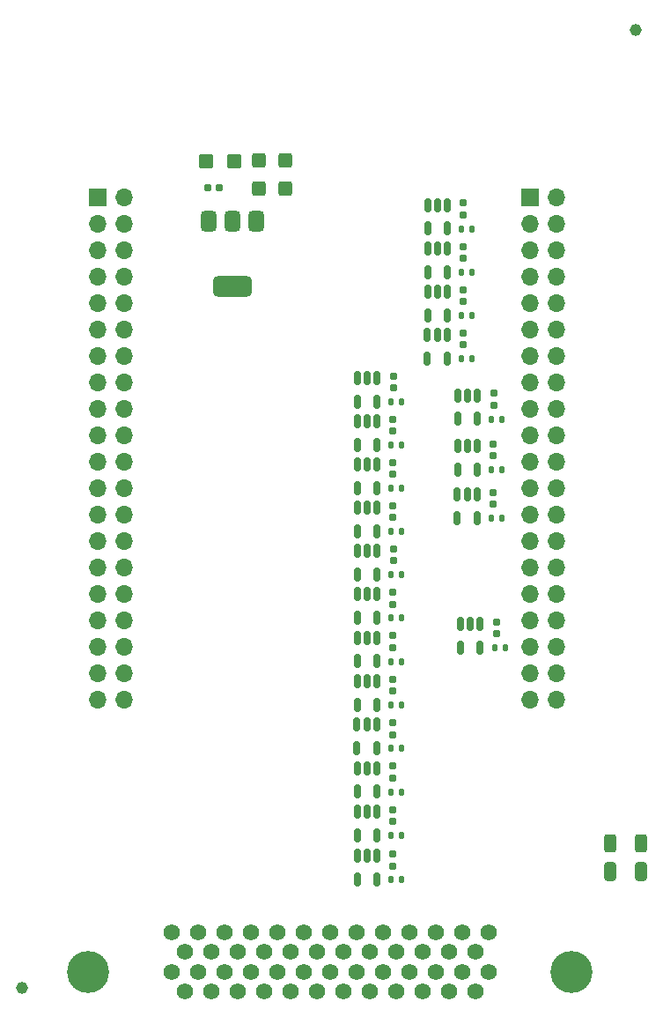
<source format=gts>
%TF.GenerationSoftware,KiCad,Pcbnew,8.0.4*%
%TF.CreationDate,2024-12-14T22:45:00+01:00*%
%TF.ProjectId,SpicyLightFX3,53706963-794c-4696-9768-744658332e6b,rev?*%
%TF.SameCoordinates,Original*%
%TF.FileFunction,Soldermask,Top*%
%TF.FilePolarity,Negative*%
%FSLAX46Y46*%
G04 Gerber Fmt 4.6, Leading zero omitted, Abs format (unit mm)*
G04 Created by KiCad (PCBNEW 8.0.4) date 2024-12-14 22:45:00*
%MOMM*%
%LPD*%
G01*
G04 APERTURE LIST*
G04 Aperture macros list*
%AMRoundRect*
0 Rectangle with rounded corners*
0 $1 Rounding radius*
0 $2 $3 $4 $5 $6 $7 $8 $9 X,Y pos of 4 corners*
0 Add a 4 corners polygon primitive as box body*
4,1,4,$2,$3,$4,$5,$6,$7,$8,$9,$2,$3,0*
0 Add four circle primitives for the rounded corners*
1,1,$1+$1,$2,$3*
1,1,$1+$1,$4,$5*
1,1,$1+$1,$6,$7*
1,1,$1+$1,$8,$9*
0 Add four rect primitives between the rounded corners*
20,1,$1+$1,$2,$3,$4,$5,0*
20,1,$1+$1,$4,$5,$6,$7,0*
20,1,$1+$1,$6,$7,$8,$9,0*
20,1,$1+$1,$8,$9,$2,$3,0*%
G04 Aperture macros list end*
%ADD10C,1.152000*%
%ADD11RoundRect,0.250000X-0.450000X-0.425000X0.450000X-0.425000X0.450000X0.425000X-0.450000X0.425000X0*%
%ADD12RoundRect,0.155000X-0.155000X0.212500X-0.155000X-0.212500X0.155000X-0.212500X0.155000X0.212500X0*%
%ADD13RoundRect,0.150000X-0.150000X0.512500X-0.150000X-0.512500X0.150000X-0.512500X0.150000X0.512500X0*%
%ADD14RoundRect,0.250000X-0.425000X0.450000X-0.425000X-0.450000X0.425000X-0.450000X0.425000X0.450000X0*%
%ADD15RoundRect,0.135000X-0.135000X-0.185000X0.135000X-0.185000X0.135000X0.185000X-0.135000X0.185000X0*%
%ADD16R,1.700000X1.700000*%
%ADD17O,1.700000X1.700000*%
%ADD18RoundRect,0.155000X-0.212500X-0.155000X0.212500X-0.155000X0.212500X0.155000X-0.212500X0.155000X0*%
%ADD19RoundRect,0.250000X-0.325000X-0.650000X0.325000X-0.650000X0.325000X0.650000X-0.325000X0.650000X0*%
%ADD20C,1.572000*%
%ADD21C,4.040000*%
%ADD22RoundRect,0.375000X-0.375000X0.625000X-0.375000X-0.625000X0.375000X-0.625000X0.375000X0.625000X0*%
%ADD23RoundRect,0.500000X-1.400000X0.500000X-1.400000X-0.500000X1.400000X-0.500000X1.400000X0.500000X0*%
%ADD24RoundRect,0.250000X-0.312500X-0.625000X0.312500X-0.625000X0.312500X0.625000X-0.312500X0.625000X0*%
G04 APERTURE END LIST*
D10*
%TO.C,H2*%
X62000000Y-126000000D03*
%TD*%
%TO.C,H1*%
X121000000Y-34000000D03*
%TD*%
D11*
%TO.C,C25*%
X79730600Y-46583200D03*
X82430600Y-46583200D03*
%TD*%
D12*
%TO.C,C7*%
X97704500Y-92180501D03*
X97704500Y-93315501D03*
%TD*%
D13*
%TO.C,U6*%
X96144000Y-96565000D03*
X95194000Y-96565000D03*
X94244000Y-96565000D03*
X94244000Y-98840000D03*
X96144000Y-98840000D03*
%TD*%
D12*
%TO.C,C4*%
X97693600Y-104714701D03*
X97693600Y-105849701D03*
%TD*%
D13*
%TO.C,U16*%
X102920000Y-54965000D03*
X101970000Y-54965000D03*
X101020000Y-54965000D03*
X101020000Y-57240000D03*
X102920000Y-57240000D03*
%TD*%
D14*
%TO.C,C24*%
X84810600Y-46503200D03*
X84810600Y-49203200D03*
%TD*%
D12*
%TO.C,C6*%
X97693400Y-96378501D03*
X97693400Y-97513501D03*
%TD*%
%TO.C,C18*%
X107354000Y-73756001D03*
X107354000Y-74891001D03*
%TD*%
%TO.C,C3*%
X97694600Y-108894701D03*
X97694600Y-110029701D03*
%TD*%
D13*
%TO.C,U14*%
X102910700Y-63285000D03*
X101960700Y-63285000D03*
X101010700Y-63285000D03*
X101010700Y-65560000D03*
X102910700Y-65560000D03*
%TD*%
D15*
%TO.C,R18*%
X107174200Y-76228500D03*
X108194200Y-76228500D03*
%TD*%
%TO.C,R20*%
X107184000Y-71374000D03*
X108204000Y-71374000D03*
%TD*%
%TO.C,R19*%
X107155600Y-80910000D03*
X108175600Y-80910000D03*
%TD*%
D13*
%TO.C,U17*%
X102920000Y-50795000D03*
X101970000Y-50795000D03*
X101020000Y-50795000D03*
X101020000Y-53070000D03*
X102920000Y-53070000D03*
%TD*%
D15*
%TO.C,R12*%
X97522500Y-73869000D03*
X98542500Y-73869000D03*
%TD*%
D16*
%TO.C,J2*%
X110870000Y-50038000D03*
D17*
X113410000Y-50038000D03*
X110870000Y-52578000D03*
X113410000Y-52578000D03*
X110870000Y-55118000D03*
X113410000Y-55118000D03*
X110870000Y-57658000D03*
X113410000Y-57658000D03*
X110870000Y-60198000D03*
X113410000Y-60198000D03*
X110870000Y-62738000D03*
X113410000Y-62738000D03*
X110870000Y-65278000D03*
X113410000Y-65278000D03*
X110870000Y-67818000D03*
X113410000Y-67818000D03*
X110870000Y-70358000D03*
X113410000Y-70358000D03*
X110870000Y-72898000D03*
X113410000Y-72898000D03*
X110870000Y-75438000D03*
X113410000Y-75438000D03*
X110870000Y-77978000D03*
X113410000Y-77978000D03*
X110870000Y-80518000D03*
X113410000Y-80518000D03*
X110870000Y-83058000D03*
X113410000Y-83058000D03*
X110870000Y-85598000D03*
X113410000Y-85598000D03*
X110870000Y-88138000D03*
X113410000Y-88138000D03*
X110870000Y-90678000D03*
X113410000Y-90678000D03*
X110870000Y-93218000D03*
X113410000Y-93218000D03*
X110870000Y-95758000D03*
X113410000Y-95758000D03*
X110870000Y-98298000D03*
X113410000Y-98298000D03*
%TD*%
D13*
%TO.C,U10*%
X96155100Y-79887000D03*
X95205100Y-79887000D03*
X94255100Y-79887000D03*
X94255100Y-82162000D03*
X96155100Y-82162000D03*
%TD*%
D15*
%TO.C,R8*%
X97524700Y-90493000D03*
X98544700Y-90493000D03*
%TD*%
D13*
%TO.C,U13*%
X96162900Y-67433000D03*
X95212900Y-67433000D03*
X94262900Y-67433000D03*
X94262900Y-69708000D03*
X96162900Y-69708000D03*
%TD*%
D16*
%TO.C,J1*%
X69342000Y-50038000D03*
D17*
X71882000Y-50038000D03*
X69342000Y-52578000D03*
X71882000Y-52578000D03*
X69342000Y-55118000D03*
X71882000Y-55118000D03*
X69342000Y-57658000D03*
X71882000Y-57658000D03*
X69342000Y-60198000D03*
X71882000Y-60198000D03*
X69342000Y-62738000D03*
X71882000Y-62738000D03*
X69342000Y-65278000D03*
X71882000Y-65278000D03*
X69342000Y-67818000D03*
X71882000Y-67818000D03*
X69342000Y-70358000D03*
X71882000Y-70358000D03*
X69342000Y-72898000D03*
X71882000Y-72898000D03*
X69342000Y-75438000D03*
X71882000Y-75438000D03*
X69342000Y-77978000D03*
X71882000Y-77978000D03*
X69342000Y-80518000D03*
X71882000Y-80518000D03*
X69342000Y-83058000D03*
X71882000Y-83058000D03*
X69342000Y-85598000D03*
X71882000Y-85598000D03*
X69342000Y-88138000D03*
X71882000Y-88138000D03*
X69342000Y-90678000D03*
X71882000Y-90678000D03*
X69342000Y-93218000D03*
X71882000Y-93218000D03*
X69342000Y-95758000D03*
X71882000Y-95758000D03*
X69342000Y-98298000D03*
X71882000Y-98298000D03*
%TD*%
D18*
%TO.C,C22*%
X79865600Y-49123200D03*
X81000600Y-49123200D03*
%TD*%
D19*
%TO.C,C2*%
X118601500Y-114826050D03*
X121551500Y-114826050D03*
%TD*%
D13*
%TO.C,U4*%
X96144200Y-104901200D03*
X95194200Y-104901200D03*
X94244200Y-104901200D03*
X94244200Y-107176200D03*
X96144200Y-107176200D03*
%TD*%
D15*
%TO.C,R6*%
X97513600Y-98851000D03*
X98533600Y-98851000D03*
%TD*%
D13*
%TO.C,U8*%
X96155100Y-88207000D03*
X95205100Y-88207000D03*
X94255100Y-88207000D03*
X94255100Y-90482000D03*
X96155100Y-90482000D03*
%TD*%
D15*
%TO.C,R10*%
X97524700Y-82173000D03*
X98544700Y-82173000D03*
%TD*%
D13*
%TO.C,U21*%
X106087100Y-91059000D03*
X105137100Y-91059000D03*
X104187100Y-91059000D03*
X104187100Y-93334000D03*
X106087100Y-93334000D03*
%TD*%
D12*
%TO.C,C1*%
X97696600Y-113161900D03*
X97696600Y-114296900D03*
%TD*%
D15*
%TO.C,R13*%
X97532500Y-69719000D03*
X98552500Y-69719000D03*
%TD*%
D12*
%TO.C,C15*%
X104469400Y-58958501D03*
X104469400Y-60093501D03*
%TD*%
D15*
%TO.C,R11*%
X97523600Y-78011000D03*
X98543600Y-78011000D03*
%TD*%
D13*
%TO.C,U5*%
X96134000Y-100730000D03*
X95184000Y-100730000D03*
X94234000Y-100730000D03*
X94234000Y-103005000D03*
X96134000Y-103005000D03*
%TD*%
D20*
%TO.C,U1*%
X106883200Y-120660000D03*
X105613200Y-122560000D03*
X104343200Y-120660000D03*
X103073200Y-122560000D03*
X101803200Y-120660000D03*
X100533200Y-122560000D03*
X99263200Y-120660000D03*
X97993200Y-122560000D03*
X96723200Y-120660000D03*
X95453200Y-122560000D03*
X94183200Y-120660000D03*
X92913200Y-122560000D03*
X91643200Y-120660000D03*
X90373200Y-122560000D03*
X89103200Y-120660000D03*
X87833200Y-122560000D03*
X86563200Y-120660000D03*
X85293200Y-122560000D03*
X84023200Y-120660000D03*
X82753200Y-122560000D03*
X81483200Y-120660000D03*
X80213200Y-122560000D03*
X78943200Y-120660000D03*
X77673200Y-122560000D03*
X76403200Y-120660000D03*
X106883200Y-124460000D03*
X105613200Y-126360000D03*
X104343200Y-124460000D03*
X103073200Y-126360000D03*
X101803200Y-124460000D03*
X100533200Y-126360000D03*
X99263200Y-124460000D03*
X97993200Y-126360000D03*
X96723200Y-124460000D03*
X95453200Y-126360000D03*
X94183200Y-124460000D03*
X92913200Y-126360000D03*
X91643200Y-124460000D03*
X90373200Y-126360000D03*
X89103200Y-124460000D03*
X87833200Y-126360000D03*
X86563200Y-124460000D03*
X85293200Y-126360000D03*
X84023200Y-124460000D03*
X82753200Y-126360000D03*
X81483200Y-124460000D03*
X80213200Y-126360000D03*
X78943200Y-124460000D03*
X77673200Y-126360000D03*
X76403200Y-124460000D03*
D21*
X114883200Y-124460000D03*
X68403200Y-124460000D03*
%TD*%
D12*
%TO.C,C9*%
X97713400Y-83858501D03*
X97713400Y-84993501D03*
%TD*%
D22*
%TO.C,U22*%
X84570600Y-52323200D03*
X82270600Y-52323200D03*
D23*
X82270600Y-58623200D03*
D22*
X79970600Y-52323200D03*
%TD*%
D12*
%TO.C,C8*%
X97704500Y-88020501D03*
X97704500Y-89155501D03*
%TD*%
D15*
%TO.C,R17*%
X104289600Y-53081000D03*
X105309600Y-53081000D03*
%TD*%
%TO.C,R21*%
X107456700Y-93345000D03*
X108476700Y-93345000D03*
%TD*%
D12*
%TO.C,C13*%
X97712300Y-67246501D03*
X97712300Y-68381501D03*
%TD*%
%TO.C,C17*%
X104469400Y-50608501D03*
X104469400Y-51743501D03*
%TD*%
D13*
%TO.C,U7*%
X96155100Y-92367000D03*
X95205100Y-92367000D03*
X94255100Y-92367000D03*
X94255100Y-94642000D03*
X96155100Y-94642000D03*
%TD*%
D15*
%TO.C,R5*%
X97503600Y-103016000D03*
X98523600Y-103016000D03*
%TD*%
D24*
%TO.C,R1*%
X118614000Y-112159050D03*
X121539000Y-112159050D03*
%TD*%
D12*
%TO.C,C14*%
X104460100Y-63098501D03*
X104460100Y-64233501D03*
%TD*%
%TO.C,C16*%
X104469400Y-54778501D03*
X104469400Y-55913501D03*
%TD*%
D14*
%TO.C,C23*%
X87350600Y-46503200D03*
X87350600Y-49203200D03*
%TD*%
D13*
%TO.C,U2*%
X96147200Y-113348400D03*
X95197200Y-113348400D03*
X94247200Y-113348400D03*
X94247200Y-115623400D03*
X96147200Y-115623400D03*
%TD*%
D15*
%TO.C,R15*%
X104289600Y-61431000D03*
X105309600Y-61431000D03*
%TD*%
D13*
%TO.C,U18*%
X105804600Y-73942500D03*
X104854600Y-73942500D03*
X103904600Y-73942500D03*
X103904600Y-76217500D03*
X105804600Y-76217500D03*
%TD*%
D15*
%TO.C,R7*%
X97524700Y-94653000D03*
X98544700Y-94653000D03*
%TD*%
D12*
%TO.C,C11*%
X97703400Y-75538501D03*
X97703400Y-76673501D03*
%TD*%
D13*
%TO.C,U11*%
X96154000Y-75725000D03*
X95204000Y-75725000D03*
X94254000Y-75725000D03*
X94254000Y-78000000D03*
X96154000Y-78000000D03*
%TD*%
D12*
%TO.C,C20*%
X107363800Y-68901501D03*
X107363800Y-70036501D03*
%TD*%
D15*
%TO.C,R9*%
X97533600Y-86331000D03*
X98553600Y-86331000D03*
%TD*%
D12*
%TO.C,C12*%
X97702300Y-71396501D03*
X97702300Y-72531501D03*
%TD*%
%TO.C,C10*%
X97704500Y-79700501D03*
X97704500Y-80835501D03*
%TD*%
D13*
%TO.C,U9*%
X96164000Y-84045000D03*
X95214000Y-84045000D03*
X94264000Y-84045000D03*
X94264000Y-86320000D03*
X96164000Y-86320000D03*
%TD*%
D12*
%TO.C,C19*%
X107335400Y-78437501D03*
X107335400Y-79572501D03*
%TD*%
D15*
%TO.C,R14*%
X104280300Y-65571000D03*
X105300300Y-65571000D03*
%TD*%
%TO.C,R16*%
X104289600Y-57251000D03*
X105309600Y-57251000D03*
%TD*%
%TO.C,R4*%
X97513800Y-107187200D03*
X98533800Y-107187200D03*
%TD*%
%TO.C,R2*%
X97516800Y-115634400D03*
X98536800Y-115634400D03*
%TD*%
D13*
%TO.C,U3*%
X96145200Y-109081200D03*
X95195200Y-109081200D03*
X94245200Y-109081200D03*
X94245200Y-111356200D03*
X96145200Y-111356200D03*
%TD*%
%TO.C,U19*%
X105786000Y-78624000D03*
X104836000Y-78624000D03*
X103886000Y-78624000D03*
X103886000Y-80899000D03*
X105786000Y-80899000D03*
%TD*%
D12*
%TO.C,C21*%
X107636500Y-90872501D03*
X107636500Y-92007501D03*
%TD*%
D15*
%TO.C,R3*%
X97514800Y-111367200D03*
X98534800Y-111367200D03*
%TD*%
D13*
%TO.C,U15*%
X102920000Y-59145000D03*
X101970000Y-59145000D03*
X101020000Y-59145000D03*
X101020000Y-61420000D03*
X102920000Y-61420000D03*
%TD*%
%TO.C,U20*%
X105814400Y-69088000D03*
X104864400Y-69088000D03*
X103914400Y-69088000D03*
X103914400Y-71363000D03*
X105814400Y-71363000D03*
%TD*%
%TO.C,U12*%
X96152900Y-71583000D03*
X95202900Y-71583000D03*
X94252900Y-71583000D03*
X94252900Y-73858000D03*
X96152900Y-73858000D03*
%TD*%
D12*
%TO.C,C5*%
X97683400Y-100543501D03*
X97683400Y-101678501D03*
%TD*%
M02*

</source>
